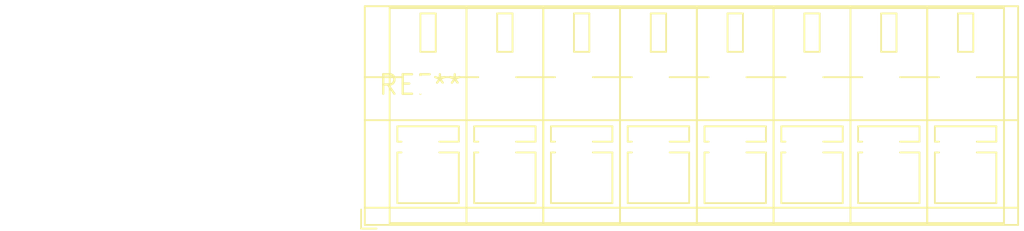
<source format=kicad_pcb>
(kicad_pcb (version 20240108) (generator pcbnew)
  (layers (0 "F.Cu" signal) (31 "B.Cu" signal) (34 "B.Paste" user) (35 "F.Paste" user) (36 "B.SilkS" user "B.Silkscreen") (37 "F.SilkS" user "F.Silkscreen") (38 "B.Mask" user) (39 "F.Mask" user) (44 "Edge.Cuts" user))
  (net 0 "")
  (footprint "TerminalBlock_WAGO_236-408_1x08_P5.00mm_45Degree" (layer "F.Cu") (at 0 0)
    (property "Reference" "REF**")
    (property "Value" "TerminalBlock_WAGO_236-408_1x08_P5.00mm_45Degree")
    (fp_line (start -3.86 8.12) (end -3.86 9.36) (layer "F.SilkS") (stroke (width 0.12)))
    (fp_line (start -3.86 9.36) (end -2.86 9.36) (layer "F.SilkS") (stroke (width 0.12)))
    (fp_line (start -3.62 -5.12) (end -3.62 9.12) (layer "F.SilkS") (stroke (width 0.12)))
    (fp_line (start -3.62 -5.12) (end 38.92 -5.12) (layer "F.SilkS") (stroke (width 0.12)))
    (fp_line (start -3.62 -0.5) (end -1.23 -0.5) (layer "F.SilkS") (stroke (width 0.12)))
    (fp_line (start -3.62 2.3) (end 38.92 2.3) (layer "F.SilkS") (stroke (width 0.12)))
    (fp_line (start -3.62 8) (end 38.92 8) (layer "F.SilkS") (stroke (width 0.12)))
    (fp_line (start -3.62 9.12) (end 38.92 9.12) (layer "F.SilkS") (stroke (width 0.12)))
    (fp_line (start -2 -5) (end -2 9) (layer "F.SilkS") (stroke (width 0.12)))
    (fp_line (start -2 -5) (end 3 -5) (layer "F.SilkS") (stroke (width 0.12)))
    (fp_line (start -2 9) (end 3 9) (layer "F.SilkS") (stroke (width 0.12)))
    (fp_line (start -1.5 2.7) (end -1.5 3.7) (layer "F.SilkS") (stroke (width 0.12)))
    (fp_line (start -1.5 2.7) (end 2.5 2.7) (layer "F.SilkS") (stroke (width 0.12)))
    (fp_line (start -1.5 3.7) (end -1.23 3.7) (layer "F.SilkS") (stroke (width 0.12)))
    (fp_line (start -1.5 4.4) (end -1.5 7.7) (layer "F.SilkS") (stroke (width 0.12)))
    (fp_line (start -1.5 4.4) (end -1.23 4.4) (layer "F.SilkS") (stroke (width 0.12)))
    (fp_line (start -1.5 7.7) (end 2.5 7.7) (layer "F.SilkS") (stroke (width 0.12)))
    (fp_line (start 0 -4.65) (end 0 -2.151) (layer "F.SilkS") (stroke (width 0.12)))
    (fp_line (start 0 -4.65) (end 1 -4.65) (layer "F.SilkS") (stroke (width 0.12)))
    (fp_line (start 0 -2.151) (end 1 -2.151) (layer "F.SilkS") (stroke (width 0.12)))
    (fp_line (start 1 -4.65) (end 1 -2.151) (layer "F.SilkS") (stroke (width 0.12)))
    (fp_line (start 1.23 -0.5) (end 3.77 -0.5) (layer "F.SilkS") (stroke (width 0.12)))
    (fp_line (start 1.23 3.7) (end 2.5 3.7) (layer "F.SilkS") (stroke (width 0.12)))
    (fp_line (start 1.23 4.4) (end 2.5 4.4) (layer "F.SilkS") (stroke (width 0.12)))
    (fp_line (start 2.5 2.7) (end 2.5 3.7) (layer "F.SilkS") (stroke (width 0.12)))
    (fp_line (start 2.5 4.4) (end 2.5 7.7) (layer "F.SilkS") (stroke (width 0.12)))
    (fp_line (start 3 -5) (end 3 9) (layer "F.SilkS") (stroke (width 0.12)))
    (fp_line (start 3 -5) (end 3 9) (layer "F.SilkS") (stroke (width 0.12)))
    (fp_line (start 3 -5) (end 8 -5) (layer "F.SilkS") (stroke (width 0.12)))
    (fp_line (start 3 9) (end 8 9) (layer "F.SilkS") (stroke (width 0.12)))
    (fp_line (start 3.5 2.7) (end 3.5 3.7) (layer "F.SilkS") (stroke (width 0.12)))
    (fp_line (start 3.5 2.7) (end 7.5 2.7) (layer "F.SilkS") (stroke (width 0.12)))
    (fp_line (start 3.5 3.7) (end 3.77 3.7) (layer "F.SilkS") (stroke (width 0.12)))
    (fp_line (start 3.5 4.4) (end 3.5 7.7) (layer "F.SilkS") (stroke (width 0.12)))
    (fp_line (start 3.5 4.4) (end 3.77 4.4) (layer "F.SilkS") (stroke (width 0.12)))
    (fp_line (start 3.5 7.7) (end 7.5 7.7) (layer "F.SilkS") (stroke (width 0.12)))
    (fp_line (start 5 -4.65) (end 5 -2.151) (layer "F.SilkS") (stroke (width 0.12)))
    (fp_line (start 5 -4.65) (end 6 -4.65) (layer "F.SilkS") (stroke (width 0.12)))
    (fp_line (start 5 -2.151) (end 6 -2.151) (layer "F.SilkS") (stroke (width 0.12)))
    (fp_line (start 6 -4.65) (end 6 -2.151) (layer "F.SilkS") (stroke (width 0.12)))
    (fp_line (start 6.23 -0.5) (end 8.77 -0.5) (layer "F.SilkS") (stroke (width 0.12)))
    (fp_line (start 6.23 3.7) (end 7.5 3.7) (layer "F.SilkS") (stroke (width 0.12)))
    (fp_line (start 6.23 4.4) (end 7.5 4.4) (layer "F.SilkS") (stroke (width 0.12)))
    (fp_line (start 7.5 2.7) (end 7.5 3.7) (layer "F.SilkS") (stroke (width 0.12)))
    (fp_line (start 7.5 4.4) (end 7.5 7.7) (layer "F.SilkS") (stroke (width 0.12)))
    (fp_line (start 8 -5) (end 8 9) (layer "F.SilkS") (stroke (width 0.12)))
    (fp_line (start 8 -5) (end 8 9) (layer "F.SilkS") (stroke (width 0.12)))
    (fp_line (start 8 -5) (end 13 -5) (layer "F.SilkS") (stroke (width 0.12)))
    (fp_line (start 8 9) (end 13 9) (layer "F.SilkS") (stroke (width 0.12)))
    (fp_line (start 8.5 2.7) (end 8.5 3.7) (layer "F.SilkS") (stroke (width 0.12)))
    (fp_line (start 8.5 2.7) (end 12.5 2.7) (layer "F.SilkS") (stroke (width 0.12)))
    (fp_line (start 8.5 3.7) (end 8.77 3.7) (layer "F.SilkS") (stroke (width 0.12)))
    (fp_line (start 8.5 4.4) (end 8.5 7.7) (layer "F.SilkS") (stroke (width 0.12)))
    (fp_line (start 8.5 4.4) (end 8.77 4.4) (layer "F.SilkS") (stroke (width 0.12)))
    (fp_line (start 8.5 7.7) (end 12.5 7.7) (layer "F.SilkS") (stroke (width 0.12)))
    (fp_line (start 10 -4.65) (end 10 -2.151) (layer "F.SilkS") (stroke (width 0.12)))
    (fp_line (start 10 -4.65) (end 11 -4.65) (layer "F.SilkS") (stroke (width 0.12)))
    (fp_line (start 10 -2.151) (end 11 -2.151) (layer "F.SilkS") (stroke (width 0.12)))
    (fp_line (start 11 -4.65) (end 11 -2.151) (layer "F.SilkS") (stroke (width 0.12)))
    (fp_line (start 11.23 -0.5) (end 13.77 -0.5) (layer "F.SilkS") (stroke (width 0.12)))
    (fp_line (start 11.23 3.7) (end 12.5 3.7) (layer "F.SilkS") (stroke (width 0.12)))
    (fp_line (start 11.23 4.4) (end 12.5 4.4) (layer "F.SilkS") (stroke (width 0.12)))
    (fp_line (start 12.5 2.7) (end 12.5 3.7) (layer "F.SilkS") (stroke (width 0.12)))
    (fp_line (start 12.5 4.4) (end 12.5 7.7) (layer "F.SilkS") (stroke (width 0.12)))
    (fp_line (start 13 -5) (end 13 9) (layer "F.SilkS") (stroke (width 0.12)))
    (fp_line (start 13 -5) (end 13 9) (layer "F.SilkS") (stroke (width 0.12)))
    (fp_line (start 13 -5) (end 18 -5) (layer "F.SilkS") (stroke (width 0.12)))
    (fp_line (start 13 9) (end 18 9) (layer "F.SilkS") (stroke (width 0.12)))
    (fp_line (start 13.5 2.7) (end 13.5 3.7) (layer "F.SilkS") (stroke (width 0.12)))
    (fp_line (start 13.5 2.7) (end 17.5 2.7) (layer "F.SilkS") (stroke (width 0.12)))
    (fp_line (start 13.5 3.7) (end 13.77 3.7) (layer "F.SilkS") (stroke (width 0.12)))
    (fp_line (start 13.5 4.4) (end 13.5 7.7) (layer "F.SilkS") (stroke (width 0.12)))
    (fp_line (start 13.5 4.4) (end 13.77 4.4) (layer "F.SilkS") (stroke (width 0.12)))
    (fp_line (start 13.5 7.7) (end 17.5 7.7) (layer "F.SilkS") (stroke (width 0.12)))
    (fp_line (start 15 -4.65) (end 15 -2.151) (layer "F.SilkS") (stroke (width 0.12)))
    (fp_line (start 15 -4.65) (end 16 -4.65) (layer "F.SilkS") (stroke (width 0.12)))
    (fp_line (start 15 -2.151) (end 16 -2.151) (layer "F.SilkS") (stroke (width 0.12)))
    (fp_line (start 16 -4.65) (end 16 -2.151) (layer "F.SilkS") (stroke (width 0.12)))
    (fp_line (start 16.23 -0.5) (end 18.77 -0.5) (layer "F.SilkS") (stroke (width 0.12)))
    (fp_line (start 16.23 3.7) (end 17.5 3.7) (layer "F.SilkS") (stroke (width 0.12)))
    (fp_line (start 16.23 4.4) (end 17.5 4.4) (layer "F.SilkS") (stroke (width 0.12)))
    (fp_line (start 17.5 2.7) (end 17.5 3.7) (layer "F.SilkS") (stroke (width 0.12)))
    (fp_line (start 17.5 4.4) (end 17.5 7.7) (layer "F.SilkS") (stroke (width 0.12)))
    (fp_line (start 18 -5) (end 18 9) (layer "F.SilkS") (stroke (width 0.12)))
    (fp_line (start 18 -5) (end 18 9) (layer "F.SilkS") (stroke (width 0.12)))
    (fp_line (start 18 -5) (end 23 -5) (layer "F.SilkS") (stroke (width 0.12)))
    (fp_line (start 18 9) (end 23 9) (layer "F.SilkS") (stroke (width 0.12)))
    (fp_line (start 18.5 2.7) (end 18.5 3.7) (layer "F.SilkS") (stroke (width 0.12)))
    (fp_line (start 18.5 2.7) (end 22.5 2.7) (layer "F.SilkS") (stroke (width 0.12)))
    (fp_line (start 18.5 3.7) (end 18.77 3.7) (layer "F.SilkS") (stroke (width 0.12)))
    (fp_line (start 18.5 4.4) (end 18.5 7.7) (layer "F.SilkS") (stroke (width 0.12)))
    (fp_line (start 18.5 4.4) (end 18.77 4.4) (layer "F.SilkS") (stroke (width 0.12)))
    (fp_line (start 18.5 7.7) (end 22.5 7.7) (layer "F.SilkS") (stroke (width 0.12)))
    (fp_line (start 20 -4.65) (end 20 -2.151) (layer "F.SilkS") (stroke (width 0.12)))
    (fp_line (start 20 -4.65) (end 21 -4.65) (layer "F.SilkS") (stroke (width 0.12)))
    (fp_line (start 20 -2.151) (end 21 -2.151) (layer "F.SilkS") (stroke (width 0.12)))
    (fp_line (start 21 -4.65) (end 21 -2.151) (layer "F.SilkS") (stroke (width 0.12)))
    (fp_line (start 21.23 -0.5) (end 23.77 -0.5) (layer "F.SilkS") (stroke (width 0.12)))
    (fp_line (start 21.23 3.7) (end 22.5 3.7) (layer "F.SilkS") (stroke (width 0.12)))
    (fp_line (start 21.23 4.4) (end 22.5 4.4) (layer "F.SilkS") (stroke (width 0.12)))
    (fp_line (start 22.5 2.7) (end 22.5 3.7) (layer "F.SilkS") (stroke (width 0.12)))
    (fp_line (start 22.5 4.4) (end 22.5 7.7) (layer "F.SilkS") (stroke (width 0.12)))
    (fp_line (start 23 -5) (end 23 9) (layer "F.SilkS") (stroke (width 0.12)))
    (fp_line (start 23 -5) (end 23 9) (layer "F.SilkS") (stroke (width 0.12)))
    (fp_line (start 23 -5) (end 28 -5) (layer "F.SilkS") (stroke (width 0.12)))
    (fp_line (start 23 9) (end 28 9) (layer "F.SilkS") (stroke (width 0.12)))
    (fp_line (start 23.5 2.7) (end 23.5 3.7) (layer "F.SilkS") (stroke (width 0.12)))
    (fp_line (start 23.5 2.7) (end 27.5 2.7) (layer "F.SilkS") (stroke (width 0.12)))
    (fp_line (start 23.5 3.7) (end 23.77 3.7) (layer "F.SilkS") (stroke (width 0.12)))
    (fp_line (start 23.5 4.4) (end 23.5 7.7) (layer "F.SilkS") (stroke (width 0.12)))
    (fp_line (start 23.5 4.4) (end 23.77 4.4) (layer "F.SilkS") (stroke (width 0.12)))
    (fp_line (start 23.5 7.7) (end 27.5 7.7) (layer "F.SilkS") (stroke (width 0.12)))
    (fp_line (start 25 -4.65) (end 25 -2.151) (layer "F.SilkS") (stroke (width 0.12)))
    (fp_line (start 25 -4.65) (end 26 -4.65) (layer "F.SilkS") (stroke (width 0.12)))
    (fp_line (start 25 -2.151) (end 26 -2.151) (layer "F.SilkS") (stroke (width 0.12)))
    (fp_line (start 26 -4.65) (end 26 -2.151) (layer "F.SilkS") (stroke (width 0.12)))
    (fp_line (start 26.23 -0.5) (end 28.77 -0.5) (layer "F.SilkS") (stroke (width 0.12)))
    (fp_line (start 26.23 3.7) (end 27.5 3.7) (layer "F.SilkS") (stroke (width 0.12)))
    (fp_line (start 26.23 4.4) (end 27.5 4.4) (layer "F.SilkS") (stroke (width 0.12)))
    (fp_line (start 27.5 2.7) (end 27.5 3.7) (layer "F.SilkS") (stroke (width 0.12)))
    (fp_line (start 27.5 4.4) (end 27.5 7.7) (layer "F.SilkS") (stroke (width 0.12)))
    (fp_line (start 28 -5) (end 28 9) (layer "F.SilkS") (stroke (width 0.12)))
    (fp_line (start 28 -5) (end 28 9) (layer "F.SilkS") (stroke (width 0.12)))
    (fp_line (start 28 -5) (end 33 -5) (layer "F.SilkS") (stroke (width 0.12)))
    (fp_line (start 28 9) (end 33 9) (layer "F.SilkS") (stroke (width 0.12)))
    (fp_line (start 28.5 2.7) (end 28.5 3.7) (layer "F.SilkS") (stroke (width 0.12)))
    (fp_line (start 28.5 2.7) (end 32.5 2.7) (layer "F.SilkS") (stroke (width 0.12)))
    (fp_line (start 28.5 3.7) (end 28.77 3.7) (layer "F.SilkS") (stroke (width 0.12)))
    (fp_line (start 28.5 4.4) (end 28.5 7.7) (layer "F.SilkS") (stroke (width 0.12)))
    (fp_line (start 28.5 4.4) (end 28.77 4.4) (layer "F.SilkS") (stroke (width 0.12)))
    (fp_line (start 28.5 7.7) (end 32.5 7.7) (layer "F.SilkS") (stroke (width 0.12)))
    (fp_line (start 30 -4.65) (end 30 -2.151) (layer "F.SilkS") (stroke (width 0.12)))
    (fp_line (start 30 -4.65) (end 31 -4.65) (layer "F.SilkS") (stroke (width 0.12)))
    (fp_line (start 30 -2.151) (end 31 -2.151) (layer "F.SilkS") (stroke (width 0.12)))
    (fp_line (start 31 -4.65) (end 31 -2.151) (layer "F.SilkS") (stroke (width 0.12)))
    (fp_line (start 31.23 -0.5) (end 33.77 -0.5) (layer "F.SilkS") (stroke (width 0.12)))
    (fp_line (start 31.23 3.7) (end 32.5 3.7) (layer "F.SilkS") (stroke (width 0.12)))
    (fp_line (start 31.23 4.4) (end 32.5 4.4) (layer "F.SilkS") (stroke (width 0.12)))
    (fp_line (start 32.5 2.7) (end 32.5 3.7) (layer "F.SilkS") (stroke (width 0.12)))
    (fp_line (start 32.5 4.4) (end 32.5 7.7) (layer "F.SilkS") (stroke (width 0.12)))
    (fp_line (start 33 -5) (end 33 9) (layer "F.SilkS") (stroke (width 0.12)))
    (fp_line (start 33 -5) (end 33 9) (layer "F.SilkS") (stroke (width 0.12)))
    (fp_line (start 33 -5) (end 38 -5) (layer "F.SilkS") (stroke (width 0.12)))
    (fp_line (start 33 9) (end 38 9) (layer "F.SilkS") (stroke (width 0.12)))
    (fp_line (start 33.5 2.7) (end 33.5 3.7) (layer "F.SilkS") (stroke (width 0.12)))
    (fp_line (start 33.5 2.7) (end 37.5 2.7) (layer "F.SilkS") (stroke (width 0.12)))
    (fp_line (start 33.5 3.7) (end 33.77 3.7) (layer "F.SilkS") (stroke (width 0.12)))
    (fp_line (start 33.5 4.4) (end 33.5 7.7) (layer "F.SilkS") (stroke (width 0.12)))
    (fp_line (start 33.5 4.4) (end 33.77 4.4) (layer "F.SilkS") (stroke (width 0.12)))
    (fp_line (start 33.5 7.7) (end 37.5 7.7) (layer "F.SilkS") (stroke (width 0.12)))
    (fp_line (start 35 -4.65) (end 35 -2.151) (layer "F.SilkS") (stroke (width 0.12)))
    (fp_line (start 35 -4.65) (end 36 -4.65) (layer "F.SilkS") (stroke (width 0.12)))
    (fp_line (start 35 -2.151) (end 36 -2.151) (layer "F.SilkS") (stroke (width 0.12)))
    (fp_line (start 36 -4.65) (end 36 -2.151) (layer "F.SilkS") (stroke (width 0.12)))
    (fp_line (start 36.23 -0.5) (end 38.92 -0.5) (layer "F.SilkS") (stroke (width 0.12)))
    (fp_line (start 36.23 3.7) (end 37.5 3.7) (layer "F.SilkS") (stroke (width 0.12)))
    (fp_line (start 36.23 4.4) (end 37.5 4.4) (layer "F.SilkS") (stroke (width 0.12)))
    (fp_line (start 37.5 2.7) (end 37.5 3.7) (layer "F.SilkS") (stroke (width 0.12)))
    (fp_line (start 37.5 4.4) (end 37.5 7.7) (layer "F.SilkS") (stroke (width 0.12)))
    (fp_line (start 38 -5) (end 38 9) (layer "F.SilkS") (stroke (width 0.12)))
    (fp_line (start 38.92 -5.12) (end 38.92 9.12) (layer "F.SilkS") (stroke (width 0.12)))
    (pad "1" thru_hole rect (at 0 0) (size 1.5 3) (drill 1.15) (layers *.Cu *.Mask) (remove_unused_layers))
    (pad "1" thru_hole rect (at 0 5) (size 1.5 3) (drill 1.15) (layers *.Cu *.Mask) (remove_unused_layers))
    (pad "2" thru_hole oval (at 5 0) (size 1.5 3) (drill 1.15) (layers *.Cu *.Mask) (remove_unused_layers))
    (pad "2" thru_hole oval (at 5 5) (size 1.5 3) (drill 1.15) (layers *.Cu *.Mask) (remove_unused_layers))
    (pad "3" thru_hole oval (at 10 0) (size 1.5 3) (drill 1.15) (layers *.Cu *.Mask) (remove_unused_layers))
    (pad "3" thru_hole oval (at 10 5) (size 1.5 3) (drill 1.15) (layers *.Cu *.Mask) (remove_unused_layers))
    (pad "4" thru_hole oval (at 15 0) (size 1.5 3) (drill 1.15) (layers *.Cu *.Mask) (remove_unused_layers))
    (pad "4" thru_hole oval (at 15 5) (size 1.5 3) (drill 1.15) (layers *.Cu *.Mask) (remove_unused_layers))
    (pad "5" thru_hole oval (at 20 0) (size 1.5 3) (drill 1.15) (layers *.Cu *.Mask) (remove_unused_layers))
    (pad "5" thru_hole oval (at 20 5) (size 1.5 3) (drill 1.15) (layers *.Cu *.Mask) (remove_unused_layers))
    (pad "6" thru_hole oval (at 25 0) (size 1.5 3) (drill 1.15) (layers *.Cu *.Mask) (remove_unused_layers))
    (pad "6" thru_hole oval (at 25 5) (size 1.5 3) (drill 1.15) (layers *.Cu *.Mask) (remove_unused_layers))
    (pad "7" thru_hole oval (at 30 0) (size 1.5 3) (drill 1.15) (layers *.Cu *.Mask) (remove_unused_layers))
    (pad "7" thru_hole oval (at 30 5) (size 1.5 3) (drill 1.15) (layers *.Cu *.Mask) (remove_unused_layers))
    (pad "8" thru_hole oval (at 35 0) (size 1.5 3) (drill 1.15) (layers *.Cu *.Mask) (remove_unused_layers))
    (pad "8" thru_hole oval (at 35 5) (size 1.5 3) (drill 1.15) (layers *.Cu *.Mask) (remove_unused_layers))
  )
)
</source>
